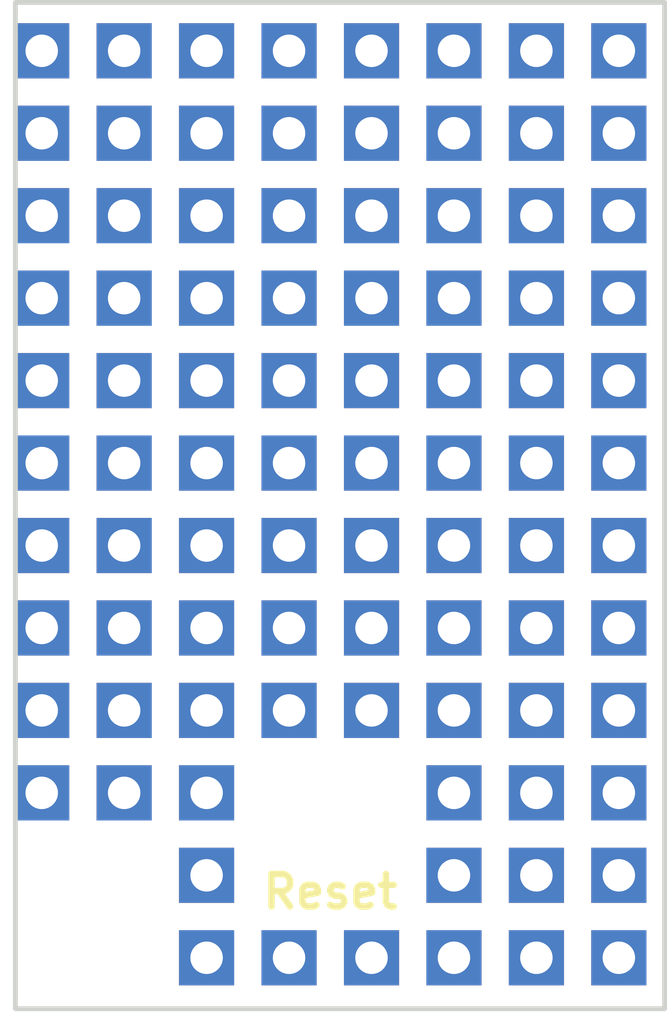
<source format=kicad_pcb>
(kicad_pcb (version 4) (host pcbnew 4.0.2-stable)

  (general
    (links 0)
    (no_connects 0)
    (area 115.534999 107.035 163.865001 142.175)
    (thickness 1.6)
    (drawings 7)
    (tracks 0)
    (zones 0)
    (modules 90)
    (nets 1)
  )

  (page A4)
  (layers
    (0 F.Cu signal)
    (31 B.Cu signal)
    (32 B.Adhes user)
    (33 F.Adhes user)
    (34 B.Paste user)
    (35 F.Paste user)
    (36 B.SilkS user)
    (37 F.SilkS user)
    (38 B.Mask user)
    (39 F.Mask user)
    (40 Dwgs.User user)
    (41 Cmts.User user)
    (42 Eco1.User user)
    (43 Eco2.User user)
    (44 Edge.Cuts user)
    (45 Margin user)
    (46 B.CrtYd user)
    (47 F.CrtYd user)
    (48 B.Fab user)
    (49 F.Fab user)
  )

  (setup
    (last_trace_width 0.25)
    (trace_clearance 0.2)
    (zone_clearance 0.508)
    (zone_45_only no)
    (trace_min 0.2)
    (segment_width 0.2)
    (edge_width 0.15)
    (via_size 0.6)
    (via_drill 0.4)
    (via_min_size 0.4)
    (via_min_drill 0.3)
    (uvia_size 0.3)
    (uvia_drill 0.1)
    (uvias_allowed no)
    (uvia_min_size 0.2)
    (uvia_min_drill 0.1)
    (pcb_text_width 0.3)
    (pcb_text_size 1.5 1.5)
    (mod_edge_width 0.15)
    (mod_text_size 1 1)
    (mod_text_width 0.15)
    (pad_size 1.7 1.7)
    (pad_drill 1)
    (pad_to_mask_clearance 0.2)
    (aux_axis_origin 0 0)
    (visible_elements 7FFCFFFF)
    (pcbplotparams
      (layerselection 0x010f0_80000001)
      (usegerberextensions true)
      (excludeedgelayer true)
      (linewidth 0.100000)
      (plotframeref false)
      (viasonmask false)
      (mode 1)
      (useauxorigin false)
      (hpglpennumber 1)
      (hpglpenspeed 20)
      (hpglpendiameter 15)
      (hpglpenoverlay 2)
      (psnegative false)
      (psa4output false)
      (plotreference true)
      (plotvalue true)
      (plotinvisibletext false)
      (padsonsilk false)
      (subtractmaskfromsilk false)
      (outputformat 1)
      (mirror false)
      (drillshape 0)
      (scaleselection 1)
      (outputdirectory gerber))
  )

  (net 0 "")

  (net_class Default "This is the default net class."
    (clearance 0.2)
    (trace_width 0.25)
    (via_dia 0.6)
    (via_drill 0.4)
    (uvia_dia 0.3)
    (uvia_drill 0.1)
  )

  (module Pin_Headers:Pin_Header_Straight_1x01_Pitch2.54mm (layer F.Cu) (tedit 5953BF85) (tstamp 5953CD33)
    (at 148.59 110.49)
    (descr "Through hole straight pin header, 1x01, 2.54mm pitch, single row")
    (tags "Through hole pin header THT 1x01 2.54mm single row")
    (fp_text reference REF**111311 (at 0 -2.33) (layer F.SilkS) hide
      (effects (font (size 1 1) (thickness 0.15)))
    )
    (fp_text value Pin_Header_Straight_1x01_Pitch2.54mm (at 0 2.33) (layer F.Fab) hide
      (effects (font (size 1 1) (thickness 0.15)))
    )
    (pad 1 thru_hole rect (at 0 0) (size 1.7 1.7) (drill 1) (layers *.Cu *.Mask))
  )

  (module Pin_Headers:Pin_Header_Straight_1x01_Pitch2.54mm (layer F.Cu) (tedit 5953BF85) (tstamp 5953CD2E)
    (at 146.05 110.49)
    (descr "Through hole straight pin header, 1x01, 2.54mm pitch, single row")
    (tags "Through hole pin header THT 1x01 2.54mm single row")
    (fp_text reference REF**111311 (at 0 -2.33) (layer F.SilkS) hide
      (effects (font (size 1 1) (thickness 0.15)))
    )
    (fp_text value Pin_Header_Straight_1x01_Pitch2.54mm (at 0 2.33) (layer F.Fab) hide
      (effects (font (size 1 1) (thickness 0.15)))
    )
    (pad 1 thru_hole rect (at 0 0) (size 1.7 1.7) (drill 1) (layers *.Cu *.Mask))
  )

  (module Pin_Headers:Pin_Header_Straight_1x01_Pitch2.54mm (layer F.Cu) (tedit 5953BF85) (tstamp 5953CD2A)
    (at 148.59 113.03)
    (descr "Through hole straight pin header, 1x01, 2.54mm pitch, single row")
    (tags "Through hole pin header THT 1x01 2.54mm single row")
    (fp_text reference REF**111311 (at 0 -2.33) (layer F.SilkS) hide
      (effects (font (size 1 1) (thickness 0.15)))
    )
    (fp_text value Pin_Header_Straight_1x01_Pitch2.54mm (at 0 2.33) (layer F.Fab) hide
      (effects (font (size 1 1) (thickness 0.15)))
    )
    (pad 1 thru_hole rect (at 0 0) (size 1.7 1.7) (drill 1) (layers *.Cu *.Mask))
  )

  (module Pin_Headers:Pin_Header_Straight_1x01_Pitch2.54mm (layer F.Cu) (tedit 5953BF85) (tstamp 5953CD25)
    (at 146.05 113.03)
    (descr "Through hole straight pin header, 1x01, 2.54mm pitch, single row")
    (tags "Through hole pin header THT 1x01 2.54mm single row")
    (fp_text reference REF**111311 (at 0 -2.33) (layer F.SilkS) hide
      (effects (font (size 1 1) (thickness 0.15)))
    )
    (fp_text value Pin_Header_Straight_1x01_Pitch2.54mm (at 0 2.33) (layer F.Fab) hide
      (effects (font (size 1 1) (thickness 0.15)))
    )
    (pad 1 thru_hole rect (at 0 0) (size 1.7 1.7) (drill 1) (layers *.Cu *.Mask))
  )

  (module Mounting_Holes:MountingHole_2.2mm_M2 (layer F.Cu) (tedit 5953C285) (tstamp 5953CC97)
    (at 132 138)
    (descr "Mounting Hole 2.2mm, no annular, M2")
    (tags "mounting hole 2.2mm no annular m2")
    (fp_text reference REF** (at 0 -3.2) (layer F.SilkS) hide
      (effects (font (size 1 1) (thickness 0.15)))
    )
    (fp_text value MountingHole_2.2mm_M2 (at 0 3.2) (layer F.Fab) hide
      (effects (font (size 1 1) (thickness 0.15)))
    )
    (fp_circle (center 0 0) (end 2.2 0) (layer Cmts.User) (width 0.15))
    (fp_circle (center 0 0) (end 2.45 0) (layer F.CrtYd) (width 0.05))
    (pad 1 np_thru_hole circle (at 0 0) (size 2.2 2.2) (drill 2.2) (layers *.Cu *.Mask))
  )

  (module Mounting_Holes:MountingHole_2.2mm_M2 (layer F.Cu) (tedit 5953C274) (tstamp 5953CCA4)
    (at 139.7 134.62)
    (descr "Mounting Hole 2.2mm, no annular, M2")
    (tags "mounting hole 2.2mm no annular m2")
    (fp_text reference REF** (at 0 -3.2) (layer F.SilkS) hide
      (effects (font (size 1 1) (thickness 0.15)))
    )
    (fp_text value MountingHole_2.2mm_M2 (at 0 3.2) (layer F.Fab) hide
      (effects (font (size 1 1) (thickness 0.15)))
    )
    (fp_circle (center 0 0) (end 2.2 0) (layer Cmts.User) (width 0.15))
    (fp_circle (center 0 0) (end 2.45 0) (layer F.CrtYd) (width 0.05))
    (pad 1 np_thru_hole circle (at 0 0) (size 2.2 2.2) (drill 2.2) (layers *.Cu *.Mask))
  )

  (module Pin_Headers:Pin_Header_Straight_1x01_Pitch2.54mm (layer F.Cu) (tedit 5953BF85) (tstamp 5953CC52)
    (at 130.81 110.49)
    (descr "Through hole straight pin header, 1x01, 2.54mm pitch, single row")
    (tags "Through hole pin header THT 1x01 2.54mm single row")
    (fp_text reference REF**111812 (at 0 -2.33) (layer F.SilkS) hide
      (effects (font (size 1 1) (thickness 0.15)))
    )
    (fp_text value Pin_Header_Straight_1x01_Pitch2.54mm (at 0 2.33) (layer F.Fab) hide
      (effects (font (size 1 1) (thickness 0.15)))
    )
    (pad 1 thru_hole rect (at 0 0) (size 1.7 1.7) (drill 1) (layers *.Cu *.Mask))
  )

  (module Pin_Headers:Pin_Header_Straight_1x01_Pitch2.54mm (layer F.Cu) (tedit 5953BF85) (tstamp 5953CC4E)
    (at 133.35 110.49)
    (descr "Through hole straight pin header, 1x01, 2.54mm pitch, single row")
    (tags "Through hole pin header THT 1x01 2.54mm single row")
    (fp_text reference REF**111712 (at 0 -2.33) (layer F.SilkS) hide
      (effects (font (size 1 1) (thickness 0.15)))
    )
    (fp_text value Pin_Header_Straight_1x01_Pitch2.54mm (at 0 2.33) (layer F.Fab) hide
      (effects (font (size 1 1) (thickness 0.15)))
    )
    (pad 1 thru_hole rect (at 0 0) (size 1.7 1.7) (drill 1) (layers *.Cu *.Mask))
  )

  (module Pin_Headers:Pin_Header_Straight_1x01_Pitch2.54mm (layer F.Cu) (tedit 5953BF85) (tstamp 5953CC4A)
    (at 135.89 110.49)
    (descr "Through hole straight pin header, 1x01, 2.54mm pitch, single row")
    (tags "Through hole pin header THT 1x01 2.54mm single row")
    (fp_text reference REF**111612 (at 0 -2.33) (layer F.SilkS) hide
      (effects (font (size 1 1) (thickness 0.15)))
    )
    (fp_text value Pin_Header_Straight_1x01_Pitch2.54mm (at 0 2.33) (layer F.Fab) hide
      (effects (font (size 1 1) (thickness 0.15)))
    )
    (pad 1 thru_hole rect (at 0 0) (size 1.7 1.7) (drill 1) (layers *.Cu *.Mask))
  )

  (module Pin_Headers:Pin_Header_Straight_1x01_Pitch2.54mm (layer F.Cu) (tedit 5953BF85) (tstamp 5953CC46)
    (at 138.43 110.49)
    (descr "Through hole straight pin header, 1x01, 2.54mm pitch, single row")
    (tags "Through hole pin header THT 1x01 2.54mm single row")
    (fp_text reference REF**111512 (at 0 -2.33) (layer F.SilkS) hide
      (effects (font (size 1 1) (thickness 0.15)))
    )
    (fp_text value Pin_Header_Straight_1x01_Pitch2.54mm (at 0 2.33) (layer F.Fab) hide
      (effects (font (size 1 1) (thickness 0.15)))
    )
    (pad 1 thru_hole rect (at 0 0) (size 1.7 1.7) (drill 1) (layers *.Cu *.Mask))
  )

  (module Pin_Headers:Pin_Header_Straight_1x01_Pitch2.54mm (layer F.Cu) (tedit 5953BF85) (tstamp 5953CC42)
    (at 140.97 110.49)
    (descr "Through hole straight pin header, 1x01, 2.54mm pitch, single row")
    (tags "Through hole pin header THT 1x01 2.54mm single row")
    (fp_text reference REF**111412 (at 0 -2.33) (layer F.SilkS) hide
      (effects (font (size 1 1) (thickness 0.15)))
    )
    (fp_text value Pin_Header_Straight_1x01_Pitch2.54mm (at 0 2.33) (layer F.Fab) hide
      (effects (font (size 1 1) (thickness 0.15)))
    )
    (pad 1 thru_hole rect (at 0 0) (size 1.7 1.7) (drill 1) (layers *.Cu *.Mask))
  )

  (module Pin_Headers:Pin_Header_Straight_1x01_Pitch2.54mm (layer F.Cu) (tedit 5953BF85) (tstamp 5953CC3E)
    (at 143.51 110.49)
    (descr "Through hole straight pin header, 1x01, 2.54mm pitch, single row")
    (tags "Through hole pin header THT 1x01 2.54mm single row")
    (fp_text reference REF**111312 (at 0 -2.33) (layer F.SilkS) hide
      (effects (font (size 1 1) (thickness 0.15)))
    )
    (fp_text value Pin_Header_Straight_1x01_Pitch2.54mm (at 0 2.33) (layer F.Fab) hide
      (effects (font (size 1 1) (thickness 0.15)))
    )
    (pad 1 thru_hole rect (at 0 0) (size 1.7 1.7) (drill 1) (layers *.Cu *.Mask))
  )

  (module Pin_Headers:Pin_Header_Straight_1x01_Pitch2.54mm (layer F.Cu) (tedit 5953BF85) (tstamp 5953CC32)
    (at 130.81 113.03)
    (descr "Through hole straight pin header, 1x01, 2.54mm pitch, single row")
    (tags "Through hole pin header THT 1x01 2.54mm single row")
    (fp_text reference REF**111811 (at 0 -2.33) (layer F.SilkS) hide
      (effects (font (size 1 1) (thickness 0.15)))
    )
    (fp_text value Pin_Header_Straight_1x01_Pitch2.54mm (at 0 2.33) (layer F.Fab) hide
      (effects (font (size 1 1) (thickness 0.15)))
    )
    (pad 1 thru_hole rect (at 0 0) (size 1.7 1.7) (drill 1) (layers *.Cu *.Mask))
  )

  (module Pin_Headers:Pin_Header_Straight_1x01_Pitch2.54mm (layer F.Cu) (tedit 5953BF85) (tstamp 5953CC2E)
    (at 133.35 113.03)
    (descr "Through hole straight pin header, 1x01, 2.54mm pitch, single row")
    (tags "Through hole pin header THT 1x01 2.54mm single row")
    (fp_text reference REF**111711 (at 0 -2.33) (layer F.SilkS) hide
      (effects (font (size 1 1) (thickness 0.15)))
    )
    (fp_text value Pin_Header_Straight_1x01_Pitch2.54mm (at 0 2.33) (layer F.Fab) hide
      (effects (font (size 1 1) (thickness 0.15)))
    )
    (pad 1 thru_hole rect (at 0 0) (size 1.7 1.7) (drill 1) (layers *.Cu *.Mask))
  )

  (module Pin_Headers:Pin_Header_Straight_1x01_Pitch2.54mm (layer F.Cu) (tedit 5953BF85) (tstamp 5953CC2A)
    (at 135.89 113.03)
    (descr "Through hole straight pin header, 1x01, 2.54mm pitch, single row")
    (tags "Through hole pin header THT 1x01 2.54mm single row")
    (fp_text reference REF**111611 (at 0 -2.33) (layer F.SilkS) hide
      (effects (font (size 1 1) (thickness 0.15)))
    )
    (fp_text value Pin_Header_Straight_1x01_Pitch2.54mm (at 0 2.33) (layer F.Fab) hide
      (effects (font (size 1 1) (thickness 0.15)))
    )
    (pad 1 thru_hole rect (at 0 0) (size 1.7 1.7) (drill 1) (layers *.Cu *.Mask))
  )

  (module Pin_Headers:Pin_Header_Straight_1x01_Pitch2.54mm (layer F.Cu) (tedit 5953BF85) (tstamp 5953CC26)
    (at 138.43 113.03)
    (descr "Through hole straight pin header, 1x01, 2.54mm pitch, single row")
    (tags "Through hole pin header THT 1x01 2.54mm single row")
    (fp_text reference REF**111511 (at 0 -2.33) (layer F.SilkS) hide
      (effects (font (size 1 1) (thickness 0.15)))
    )
    (fp_text value Pin_Header_Straight_1x01_Pitch2.54mm (at 0 2.33) (layer F.Fab) hide
      (effects (font (size 1 1) (thickness 0.15)))
    )
    (pad 1 thru_hole rect (at 0 0) (size 1.7 1.7) (drill 1) (layers *.Cu *.Mask))
  )

  (module Pin_Headers:Pin_Header_Straight_1x01_Pitch2.54mm (layer F.Cu) (tedit 5953BF85) (tstamp 5953CC22)
    (at 140.97 113.03)
    (descr "Through hole straight pin header, 1x01, 2.54mm pitch, single row")
    (tags "Through hole pin header THT 1x01 2.54mm single row")
    (fp_text reference REF**111411 (at 0 -2.33) (layer F.SilkS) hide
      (effects (font (size 1 1) (thickness 0.15)))
    )
    (fp_text value Pin_Header_Straight_1x01_Pitch2.54mm (at 0 2.33) (layer F.Fab) hide
      (effects (font (size 1 1) (thickness 0.15)))
    )
    (pad 1 thru_hole rect (at 0 0) (size 1.7 1.7) (drill 1) (layers *.Cu *.Mask))
  )

  (module Pin_Headers:Pin_Header_Straight_1x01_Pitch2.54mm (layer F.Cu) (tedit 5953BF85) (tstamp 5953CC1E)
    (at 143.51 113.03)
    (descr "Through hole straight pin header, 1x01, 2.54mm pitch, single row")
    (tags "Through hole pin header THT 1x01 2.54mm single row")
    (fp_text reference REF**111311 (at 0 -2.33) (layer F.SilkS) hide
      (effects (font (size 1 1) (thickness 0.15)))
    )
    (fp_text value Pin_Header_Straight_1x01_Pitch2.54mm (at 0 2.33) (layer F.Fab) hide
      (effects (font (size 1 1) (thickness 0.15)))
    )
    (pad 1 thru_hole rect (at 0 0) (size 1.7 1.7) (drill 1) (layers *.Cu *.Mask))
  )

  (module Pin_Headers:Pin_Header_Straight_1x01_Pitch2.54mm (layer F.Cu) (tedit 5953BF85) (tstamp 5953CC12)
    (at 130.81 115.57)
    (descr "Through hole straight pin header, 1x01, 2.54mm pitch, single row")
    (tags "Through hole pin header THT 1x01 2.54mm single row")
    (fp_text reference REF**111810 (at 0 -2.33) (layer F.SilkS) hide
      (effects (font (size 1 1) (thickness 0.15)))
    )
    (fp_text value Pin_Header_Straight_1x01_Pitch2.54mm (at 0 2.33) (layer F.Fab) hide
      (effects (font (size 1 1) (thickness 0.15)))
    )
    (pad 1 thru_hole rect (at 0 0) (size 1.7 1.7) (drill 1) (layers *.Cu *.Mask))
  )

  (module Pin_Headers:Pin_Header_Straight_1x01_Pitch2.54mm (layer F.Cu) (tedit 5953BF85) (tstamp 5953CC0E)
    (at 133.35 115.57)
    (descr "Through hole straight pin header, 1x01, 2.54mm pitch, single row")
    (tags "Through hole pin header THT 1x01 2.54mm single row")
    (fp_text reference REF**111710 (at 0 -2.33) (layer F.SilkS) hide
      (effects (font (size 1 1) (thickness 0.15)))
    )
    (fp_text value Pin_Header_Straight_1x01_Pitch2.54mm (at 0 2.33) (layer F.Fab) hide
      (effects (font (size 1 1) (thickness 0.15)))
    )
    (pad 1 thru_hole rect (at 0 0) (size 1.7 1.7) (drill 1) (layers *.Cu *.Mask))
  )

  (module Pin_Headers:Pin_Header_Straight_1x01_Pitch2.54mm (layer F.Cu) (tedit 5953BF85) (tstamp 5953CC0A)
    (at 135.89 115.57)
    (descr "Through hole straight pin header, 1x01, 2.54mm pitch, single row")
    (tags "Through hole pin header THT 1x01 2.54mm single row")
    (fp_text reference REF**111610 (at 0 -2.33) (layer F.SilkS) hide
      (effects (font (size 1 1) (thickness 0.15)))
    )
    (fp_text value Pin_Header_Straight_1x01_Pitch2.54mm (at 0 2.33) (layer F.Fab) hide
      (effects (font (size 1 1) (thickness 0.15)))
    )
    (pad 1 thru_hole rect (at 0 0) (size 1.7 1.7) (drill 1) (layers *.Cu *.Mask))
  )

  (module Pin_Headers:Pin_Header_Straight_1x01_Pitch2.54mm (layer F.Cu) (tedit 5953BF85) (tstamp 5953CC06)
    (at 138.43 115.57)
    (descr "Through hole straight pin header, 1x01, 2.54mm pitch, single row")
    (tags "Through hole pin header THT 1x01 2.54mm single row")
    (fp_text reference REF**111510 (at 0 -2.33) (layer F.SilkS) hide
      (effects (font (size 1 1) (thickness 0.15)))
    )
    (fp_text value Pin_Header_Straight_1x01_Pitch2.54mm (at 0 2.33) (layer F.Fab) hide
      (effects (font (size 1 1) (thickness 0.15)))
    )
    (pad 1 thru_hole rect (at 0 0) (size 1.7 1.7) (drill 1) (layers *.Cu *.Mask))
  )

  (module Pin_Headers:Pin_Header_Straight_1x01_Pitch2.54mm (layer F.Cu) (tedit 5953BF85) (tstamp 5953CC02)
    (at 140.97 115.57)
    (descr "Through hole straight pin header, 1x01, 2.54mm pitch, single row")
    (tags "Through hole pin header THT 1x01 2.54mm single row")
    (fp_text reference REF**111410 (at 0 -2.33) (layer F.SilkS) hide
      (effects (font (size 1 1) (thickness 0.15)))
    )
    (fp_text value Pin_Header_Straight_1x01_Pitch2.54mm (at 0 2.33) (layer F.Fab) hide
      (effects (font (size 1 1) (thickness 0.15)))
    )
    (pad 1 thru_hole rect (at 0 0) (size 1.7 1.7) (drill 1) (layers *.Cu *.Mask))
  )

  (module Pin_Headers:Pin_Header_Straight_1x01_Pitch2.54mm (layer F.Cu) (tedit 5953BF85) (tstamp 5953CBFE)
    (at 143.51 115.57)
    (descr "Through hole straight pin header, 1x01, 2.54mm pitch, single row")
    (tags "Through hole pin header THT 1x01 2.54mm single row")
    (fp_text reference REF**111310 (at 0 -2.33) (layer F.SilkS) hide
      (effects (font (size 1 1) (thickness 0.15)))
    )
    (fp_text value Pin_Header_Straight_1x01_Pitch2.54mm (at 0 2.33) (layer F.Fab) hide
      (effects (font (size 1 1) (thickness 0.15)))
    )
    (pad 1 thru_hole rect (at 0 0) (size 1.7 1.7) (drill 1) (layers *.Cu *.Mask))
  )

  (module Pin_Headers:Pin_Header_Straight_1x01_Pitch2.54mm (layer F.Cu) (tedit 5953BF85) (tstamp 5953CBFA)
    (at 146.05 115.57)
    (descr "Through hole straight pin header, 1x01, 2.54mm pitch, single row")
    (tags "Through hole pin header THT 1x01 2.54mm single row")
    (fp_text reference REF**111210 (at 0 -2.33) (layer F.SilkS) hide
      (effects (font (size 1 1) (thickness 0.15)))
    )
    (fp_text value Pin_Header_Straight_1x01_Pitch2.54mm (at 0 2.33) (layer F.Fab) hide
      (effects (font (size 1 1) (thickness 0.15)))
    )
    (pad 1 thru_hole rect (at 0 0) (size 1.7 1.7) (drill 1) (layers *.Cu *.Mask))
  )

  (module Pin_Headers:Pin_Header_Straight_1x01_Pitch2.54mm (layer F.Cu) (tedit 5953BF85) (tstamp 5953CBF6)
    (at 148.59 115.57)
    (descr "Through hole straight pin header, 1x01, 2.54mm pitch, single row")
    (tags "Through hole pin header THT 1x01 2.54mm single row")
    (fp_text reference REF**111110 (at 0 -2.33) (layer F.SilkS) hide
      (effects (font (size 1 1) (thickness 0.15)))
    )
    (fp_text value Pin_Header_Straight_1x01_Pitch2.54mm (at 0 2.33) (layer F.Fab) hide
      (effects (font (size 1 1) (thickness 0.15)))
    )
    (pad 1 thru_hole rect (at 0 0) (size 1.7 1.7) (drill 1) (layers *.Cu *.Mask))
  )

  (module Pin_Headers:Pin_Header_Straight_1x01_Pitch2.54mm (layer F.Cu) (tedit 5953BF85) (tstamp 5953CBF2)
    (at 130.81 118.11)
    (descr "Through hole straight pin header, 1x01, 2.54mm pitch, single row")
    (tags "Through hole pin header THT 1x01 2.54mm single row")
    (fp_text reference REF**11189 (at 0 -2.33) (layer F.SilkS) hide
      (effects (font (size 1 1) (thickness 0.15)))
    )
    (fp_text value Pin_Header_Straight_1x01_Pitch2.54mm (at 0 2.33) (layer F.Fab) hide
      (effects (font (size 1 1) (thickness 0.15)))
    )
    (pad 1 thru_hole rect (at 0 0) (size 1.7 1.7) (drill 1) (layers *.Cu *.Mask))
  )

  (module Pin_Headers:Pin_Header_Straight_1x01_Pitch2.54mm (layer F.Cu) (tedit 5953BF85) (tstamp 5953CBEE)
    (at 133.35 118.11)
    (descr "Through hole straight pin header, 1x01, 2.54mm pitch, single row")
    (tags "Through hole pin header THT 1x01 2.54mm single row")
    (fp_text reference REF**11179 (at 0 -2.33) (layer F.SilkS) hide
      (effects (font (size 1 1) (thickness 0.15)))
    )
    (fp_text value Pin_Header_Straight_1x01_Pitch2.54mm (at 0 2.33) (layer F.Fab) hide
      (effects (font (size 1 1) (thickness 0.15)))
    )
    (pad 1 thru_hole rect (at 0 0) (size 1.7 1.7) (drill 1) (layers *.Cu *.Mask))
  )

  (module Pin_Headers:Pin_Header_Straight_1x01_Pitch2.54mm (layer F.Cu) (tedit 5953BF85) (tstamp 5953CBEA)
    (at 135.89 118.11)
    (descr "Through hole straight pin header, 1x01, 2.54mm pitch, single row")
    (tags "Through hole pin header THT 1x01 2.54mm single row")
    (fp_text reference REF**11169 (at 0 -2.33) (layer F.SilkS) hide
      (effects (font (size 1 1) (thickness 0.15)))
    )
    (fp_text value Pin_Header_Straight_1x01_Pitch2.54mm (at 0 2.33) (layer F.Fab) hide
      (effects (font (size 1 1) (thickness 0.15)))
    )
    (pad 1 thru_hole rect (at 0 0) (size 1.7 1.7) (drill 1) (layers *.Cu *.Mask))
  )

  (module Pin_Headers:Pin_Header_Straight_1x01_Pitch2.54mm (layer F.Cu) (tedit 5953BF85) (tstamp 5953CBE6)
    (at 138.43 118.11)
    (descr "Through hole straight pin header, 1x01, 2.54mm pitch, single row")
    (tags "Through hole pin header THT 1x01 2.54mm single row")
    (fp_text reference REF**11159 (at 0 -2.33) (layer F.SilkS) hide
      (effects (font (size 1 1) (thickness 0.15)))
    )
    (fp_text value Pin_Header_Straight_1x01_Pitch2.54mm (at 0 2.33) (layer F.Fab) hide
      (effects (font (size 1 1) (thickness 0.15)))
    )
    (pad 1 thru_hole rect (at 0 0) (size 1.7 1.7) (drill 1) (layers *.Cu *.Mask))
  )

  (module Pin_Headers:Pin_Header_Straight_1x01_Pitch2.54mm (layer F.Cu) (tedit 5953BF85) (tstamp 5953CBE2)
    (at 140.97 118.11)
    (descr "Through hole straight pin header, 1x01, 2.54mm pitch, single row")
    (tags "Through hole pin header THT 1x01 2.54mm single row")
    (fp_text reference REF**11149 (at 0 -2.33) (layer F.SilkS) hide
      (effects (font (size 1 1) (thickness 0.15)))
    )
    (fp_text value Pin_Header_Straight_1x01_Pitch2.54mm (at 0 2.33) (layer F.Fab) hide
      (effects (font (size 1 1) (thickness 0.15)))
    )
    (pad 1 thru_hole rect (at 0 0) (size 1.7 1.7) (drill 1) (layers *.Cu *.Mask))
  )

  (module Pin_Headers:Pin_Header_Straight_1x01_Pitch2.54mm (layer F.Cu) (tedit 5953BF85) (tstamp 5953CBDE)
    (at 143.51 118.11)
    (descr "Through hole straight pin header, 1x01, 2.54mm pitch, single row")
    (tags "Through hole pin header THT 1x01 2.54mm single row")
    (fp_text reference REF**11139 (at 0 -2.33) (layer F.SilkS) hide
      (effects (font (size 1 1) (thickness 0.15)))
    )
    (fp_text value Pin_Header_Straight_1x01_Pitch2.54mm (at 0 2.33) (layer F.Fab) hide
      (effects (font (size 1 1) (thickness 0.15)))
    )
    (pad 1 thru_hole rect (at 0 0) (size 1.7 1.7) (drill 1) (layers *.Cu *.Mask))
  )

  (module Pin_Headers:Pin_Header_Straight_1x01_Pitch2.54mm (layer F.Cu) (tedit 5953BF85) (tstamp 5953CBDA)
    (at 146.05 118.11)
    (descr "Through hole straight pin header, 1x01, 2.54mm pitch, single row")
    (tags "Through hole pin header THT 1x01 2.54mm single row")
    (fp_text reference REF**11129 (at 0 -2.33) (layer F.SilkS) hide
      (effects (font (size 1 1) (thickness 0.15)))
    )
    (fp_text value Pin_Header_Straight_1x01_Pitch2.54mm (at 0 2.33) (layer F.Fab) hide
      (effects (font (size 1 1) (thickness 0.15)))
    )
    (pad 1 thru_hole rect (at 0 0) (size 1.7 1.7) (drill 1) (layers *.Cu *.Mask))
  )

  (module Pin_Headers:Pin_Header_Straight_1x01_Pitch2.54mm (layer F.Cu) (tedit 5953BF85) (tstamp 5953CBD6)
    (at 148.59 118.11)
    (descr "Through hole straight pin header, 1x01, 2.54mm pitch, single row")
    (tags "Through hole pin header THT 1x01 2.54mm single row")
    (fp_text reference REF**11119 (at 0 -2.33) (layer F.SilkS) hide
      (effects (font (size 1 1) (thickness 0.15)))
    )
    (fp_text value Pin_Header_Straight_1x01_Pitch2.54mm (at 0 2.33) (layer F.Fab) hide
      (effects (font (size 1 1) (thickness 0.15)))
    )
    (pad 1 thru_hole rect (at 0 0) (size 1.7 1.7) (drill 1) (layers *.Cu *.Mask))
  )

  (module Pin_Headers:Pin_Header_Straight_1x01_Pitch2.54mm (layer F.Cu) (tedit 5953BF85) (tstamp 5953CBD2)
    (at 130.81 120.65)
    (descr "Through hole straight pin header, 1x01, 2.54mm pitch, single row")
    (tags "Through hole pin header THT 1x01 2.54mm single row")
    (fp_text reference REF**11188 (at 0 -2.33) (layer F.SilkS) hide
      (effects (font (size 1 1) (thickness 0.15)))
    )
    (fp_text value Pin_Header_Straight_1x01_Pitch2.54mm (at 0 2.33) (layer F.Fab) hide
      (effects (font (size 1 1) (thickness 0.15)))
    )
    (pad 1 thru_hole rect (at 0 0) (size 1.7 1.7) (drill 1) (layers *.Cu *.Mask))
  )

  (module Pin_Headers:Pin_Header_Straight_1x01_Pitch2.54mm (layer F.Cu) (tedit 5953BF85) (tstamp 5953CBCE)
    (at 133.35 120.65)
    (descr "Through hole straight pin header, 1x01, 2.54mm pitch, single row")
    (tags "Through hole pin header THT 1x01 2.54mm single row")
    (fp_text reference REF**11178 (at 0 -2.33) (layer F.SilkS) hide
      (effects (font (size 1 1) (thickness 0.15)))
    )
    (fp_text value Pin_Header_Straight_1x01_Pitch2.54mm (at 0 2.33) (layer F.Fab) hide
      (effects (font (size 1 1) (thickness 0.15)))
    )
    (pad 1 thru_hole rect (at 0 0) (size 1.7 1.7) (drill 1) (layers *.Cu *.Mask))
  )

  (module Pin_Headers:Pin_Header_Straight_1x01_Pitch2.54mm (layer F.Cu) (tedit 5953BF85) (tstamp 5953CBCA)
    (at 135.89 120.65)
    (descr "Through hole straight pin header, 1x01, 2.54mm pitch, single row")
    (tags "Through hole pin header THT 1x01 2.54mm single row")
    (fp_text reference REF**11168 (at 0 -2.33) (layer F.SilkS) hide
      (effects (font (size 1 1) (thickness 0.15)))
    )
    (fp_text value Pin_Header_Straight_1x01_Pitch2.54mm (at 0 2.33) (layer F.Fab) hide
      (effects (font (size 1 1) (thickness 0.15)))
    )
    (pad 1 thru_hole rect (at 0 0) (size 1.7 1.7) (drill 1) (layers *.Cu *.Mask))
  )

  (module Pin_Headers:Pin_Header_Straight_1x01_Pitch2.54mm (layer F.Cu) (tedit 5953BF85) (tstamp 5953CBC6)
    (at 138.43 120.65)
    (descr "Through hole straight pin header, 1x01, 2.54mm pitch, single row")
    (tags "Through hole pin header THT 1x01 2.54mm single row")
    (fp_text reference REF**11158 (at 0 -2.33) (layer F.SilkS) hide
      (effects (font (size 1 1) (thickness 0.15)))
    )
    (fp_text value Pin_Header_Straight_1x01_Pitch2.54mm (at 0 2.33) (layer F.Fab) hide
      (effects (font (size 1 1) (thickness 0.15)))
    )
    (pad 1 thru_hole rect (at 0 0) (size 1.7 1.7) (drill 1) (layers *.Cu *.Mask))
  )

  (module Pin_Headers:Pin_Header_Straight_1x01_Pitch2.54mm (layer F.Cu) (tedit 5953BF85) (tstamp 5953CBC2)
    (at 140.97 120.65)
    (descr "Through hole straight pin header, 1x01, 2.54mm pitch, single row")
    (tags "Through hole pin header THT 1x01 2.54mm single row")
    (fp_text reference REF**11148 (at 0 -2.33) (layer F.SilkS) hide
      (effects (font (size 1 1) (thickness 0.15)))
    )
    (fp_text value Pin_Header_Straight_1x01_Pitch2.54mm (at 0 2.33) (layer F.Fab) hide
      (effects (font (size 1 1) (thickness 0.15)))
    )
    (pad 1 thru_hole rect (at 0 0) (size 1.7 1.7) (drill 1) (layers *.Cu *.Mask))
  )

  (module Pin_Headers:Pin_Header_Straight_1x01_Pitch2.54mm (layer F.Cu) (tedit 5953BF85) (tstamp 5953CBBE)
    (at 143.51 120.65)
    (descr "Through hole straight pin header, 1x01, 2.54mm pitch, single row")
    (tags "Through hole pin header THT 1x01 2.54mm single row")
    (fp_text reference REF**11138 (at 0 -2.33) (layer F.SilkS) hide
      (effects (font (size 1 1) (thickness 0.15)))
    )
    (fp_text value Pin_Header_Straight_1x01_Pitch2.54mm (at 0 2.33) (layer F.Fab) hide
      (effects (font (size 1 1) (thickness 0.15)))
    )
    (pad 1 thru_hole rect (at 0 0) (size 1.7 1.7) (drill 1) (layers *.Cu *.Mask))
  )

  (module Pin_Headers:Pin_Header_Straight_1x01_Pitch2.54mm (layer F.Cu) (tedit 5953BF85) (tstamp 5953CBBA)
    (at 146.05 120.65)
    (descr "Through hole straight pin header, 1x01, 2.54mm pitch, single row")
    (tags "Through hole pin header THT 1x01 2.54mm single row")
    (fp_text reference REF**11128 (at 0 -2.33) (layer F.SilkS) hide
      (effects (font (size 1 1) (thickness 0.15)))
    )
    (fp_text value Pin_Header_Straight_1x01_Pitch2.54mm (at 0 2.33) (layer F.Fab) hide
      (effects (font (size 1 1) (thickness 0.15)))
    )
    (pad 1 thru_hole rect (at 0 0) (size 1.7 1.7) (drill 1) (layers *.Cu *.Mask))
  )

  (module Pin_Headers:Pin_Header_Straight_1x01_Pitch2.54mm (layer F.Cu) (tedit 5953BF85) (tstamp 5953CBB6)
    (at 148.59 120.65)
    (descr "Through hole straight pin header, 1x01, 2.54mm pitch, single row")
    (tags "Through hole pin header THT 1x01 2.54mm single row")
    (fp_text reference REF**11118 (at 0 -2.33) (layer F.SilkS) hide
      (effects (font (size 1 1) (thickness 0.15)))
    )
    (fp_text value Pin_Header_Straight_1x01_Pitch2.54mm (at 0 2.33) (layer F.Fab) hide
      (effects (font (size 1 1) (thickness 0.15)))
    )
    (pad 1 thru_hole rect (at 0 0) (size 1.7 1.7) (drill 1) (layers *.Cu *.Mask))
  )

  (module Pin_Headers:Pin_Header_Straight_1x01_Pitch2.54mm (layer F.Cu) (tedit 5953BF85) (tstamp 5953CBB2)
    (at 130.81 123.19)
    (descr "Through hole straight pin header, 1x01, 2.54mm pitch, single row")
    (tags "Through hole pin header THT 1x01 2.54mm single row")
    (fp_text reference REF**11187 (at 0 -2.33) (layer F.SilkS) hide
      (effects (font (size 1 1) (thickness 0.15)))
    )
    (fp_text value Pin_Header_Straight_1x01_Pitch2.54mm (at 0 2.33) (layer F.Fab) hide
      (effects (font (size 1 1) (thickness 0.15)))
    )
    (pad 1 thru_hole rect (at 0 0) (size 1.7 1.7) (drill 1) (layers *.Cu *.Mask))
  )

  (module Pin_Headers:Pin_Header_Straight_1x01_Pitch2.54mm (layer F.Cu) (tedit 5953BF85) (tstamp 5953CBAE)
    (at 133.35 123.19)
    (descr "Through hole straight pin header, 1x01, 2.54mm pitch, single row")
    (tags "Through hole pin header THT 1x01 2.54mm single row")
    (fp_text reference REF**11177 (at 0 -2.33) (layer F.SilkS) hide
      (effects (font (size 1 1) (thickness 0.15)))
    )
    (fp_text value Pin_Header_Straight_1x01_Pitch2.54mm (at 0 2.33) (layer F.Fab) hide
      (effects (font (size 1 1) (thickness 0.15)))
    )
    (pad 1 thru_hole rect (at 0 0) (size 1.7 1.7) (drill 1) (layers *.Cu *.Mask))
  )

  (module Pin_Headers:Pin_Header_Straight_1x01_Pitch2.54mm (layer F.Cu) (tedit 5953BF85) (tstamp 5953CBAA)
    (at 135.89 123.19)
    (descr "Through hole straight pin header, 1x01, 2.54mm pitch, single row")
    (tags "Through hole pin header THT 1x01 2.54mm single row")
    (fp_text reference REF**11167 (at 0 -2.33) (layer F.SilkS) hide
      (effects (font (size 1 1) (thickness 0.15)))
    )
    (fp_text value Pin_Header_Straight_1x01_Pitch2.54mm (at 0 2.33) (layer F.Fab) hide
      (effects (font (size 1 1) (thickness 0.15)))
    )
    (pad 1 thru_hole rect (at 0 0) (size 1.7 1.7) (drill 1) (layers *.Cu *.Mask))
  )

  (module Pin_Headers:Pin_Header_Straight_1x01_Pitch2.54mm (layer F.Cu) (tedit 5953BF85) (tstamp 5953CBA6)
    (at 138.43 123.19)
    (descr "Through hole straight pin header, 1x01, 2.54mm pitch, single row")
    (tags "Through hole pin header THT 1x01 2.54mm single row")
    (fp_text reference REF**11157 (at 0 -2.33) (layer F.SilkS) hide
      (effects (font (size 1 1) (thickness 0.15)))
    )
    (fp_text value Pin_Header_Straight_1x01_Pitch2.54mm (at 0 2.33) (layer F.Fab) hide
      (effects (font (size 1 1) (thickness 0.15)))
    )
    (pad 1 thru_hole rect (at 0 0) (size 1.7 1.7) (drill 1) (layers *.Cu *.Mask))
  )

  (module Pin_Headers:Pin_Header_Straight_1x01_Pitch2.54mm (layer F.Cu) (tedit 5953BF85) (tstamp 5953CBA2)
    (at 140.97 123.19)
    (descr "Through hole straight pin header, 1x01, 2.54mm pitch, single row")
    (tags "Through hole pin header THT 1x01 2.54mm single row")
    (fp_text reference REF**11147 (at 0 -2.33) (layer F.SilkS) hide
      (effects (font (size 1 1) (thickness 0.15)))
    )
    (fp_text value Pin_Header_Straight_1x01_Pitch2.54mm (at 0 2.33) (layer F.Fab) hide
      (effects (font (size 1 1) (thickness 0.15)))
    )
    (pad 1 thru_hole rect (at 0 0) (size 1.7 1.7) (drill 1) (layers *.Cu *.Mask))
  )

  (module Pin_Headers:Pin_Header_Straight_1x01_Pitch2.54mm (layer F.Cu) (tedit 5953BF85) (tstamp 5953CB9E)
    (at 143.51 123.19)
    (descr "Through hole straight pin header, 1x01, 2.54mm pitch, single row")
    (tags "Through hole pin header THT 1x01 2.54mm single row")
    (fp_text reference REF**11137 (at 0 -2.33) (layer F.SilkS) hide
      (effects (font (size 1 1) (thickness 0.15)))
    )
    (fp_text value Pin_Header_Straight_1x01_Pitch2.54mm (at 0 2.33) (layer F.Fab) hide
      (effects (font (size 1 1) (thickness 0.15)))
    )
    (pad 1 thru_hole rect (at 0 0) (size 1.7 1.7) (drill 1) (layers *.Cu *.Mask))
  )

  (module Pin_Headers:Pin_Header_Straight_1x01_Pitch2.54mm (layer F.Cu) (tedit 5953BF85) (tstamp 5953CB9A)
    (at 146.05 123.19)
    (descr "Through hole straight pin header, 1x01, 2.54mm pitch, single row")
    (tags "Through hole pin header THT 1x01 2.54mm single row")
    (fp_text reference REF**11127 (at 0 -2.33) (layer F.SilkS) hide
      (effects (font (size 1 1) (thickness 0.15)))
    )
    (fp_text value Pin_Header_Straight_1x01_Pitch2.54mm (at 0 2.33) (layer F.Fab) hide
      (effects (font (size 1 1) (thickness 0.15)))
    )
    (pad 1 thru_hole rect (at 0 0) (size 1.7 1.7) (drill 1) (layers *.Cu *.Mask))
  )

  (module Pin_Headers:Pin_Header_Straight_1x01_Pitch2.54mm (layer F.Cu) (tedit 5953BF85) (tstamp 5953CB96)
    (at 148.59 123.19)
    (descr "Through hole straight pin header, 1x01, 2.54mm pitch, single row")
    (tags "Through hole pin header THT 1x01 2.54mm single row")
    (fp_text reference REF**11117 (at 0 -2.33) (layer F.SilkS) hide
      (effects (font (size 1 1) (thickness 0.15)))
    )
    (fp_text value Pin_Header_Straight_1x01_Pitch2.54mm (at 0 2.33) (layer F.Fab) hide
      (effects (font (size 1 1) (thickness 0.15)))
    )
    (pad 1 thru_hole rect (at 0 0) (size 1.7 1.7) (drill 1) (layers *.Cu *.Mask))
  )

  (module Pin_Headers:Pin_Header_Straight_1x01_Pitch2.54mm (layer F.Cu) (tedit 5953BF85) (tstamp 5953CB92)
    (at 130.81 125.73)
    (descr "Through hole straight pin header, 1x01, 2.54mm pitch, single row")
    (tags "Through hole pin header THT 1x01 2.54mm single row")
    (fp_text reference REF**11186 (at 0 -2.33) (layer F.SilkS) hide
      (effects (font (size 1 1) (thickness 0.15)))
    )
    (fp_text value Pin_Header_Straight_1x01_Pitch2.54mm (at 0 2.33) (layer F.Fab) hide
      (effects (font (size 1 1) (thickness 0.15)))
    )
    (pad 1 thru_hole rect (at 0 0) (size 1.7 1.7) (drill 1) (layers *.Cu *.Mask))
  )

  (module Pin_Headers:Pin_Header_Straight_1x01_Pitch2.54mm (layer F.Cu) (tedit 5953BF85) (tstamp 5953CB8E)
    (at 133.35 125.73)
    (descr "Through hole straight pin header, 1x01, 2.54mm pitch, single row")
    (tags "Through hole pin header THT 1x01 2.54mm single row")
    (fp_text reference REF**11176 (at 0 -2.33) (layer F.SilkS) hide
      (effects (font (size 1 1) (thickness 0.15)))
    )
    (fp_text value Pin_Header_Straight_1x01_Pitch2.54mm (at 0 2.33) (layer F.Fab) hide
      (effects (font (size 1 1) (thickness 0.15)))
    )
    (pad 1 thru_hole rect (at 0 0) (size 1.7 1.7) (drill 1) (layers *.Cu *.Mask))
  )

  (module Pin_Headers:Pin_Header_Straight_1x01_Pitch2.54mm (layer F.Cu) (tedit 5953BF85) (tstamp 5953CB8A)
    (at 135.89 125.73)
    (descr "Through hole straight pin header, 1x01, 2.54mm pitch, single row")
    (tags "Through hole pin header THT 1x01 2.54mm single row")
    (fp_text reference REF**11166 (at 0 -2.33) (layer F.SilkS) hide
      (effects (font (size 1 1) (thickness 0.15)))
    )
    (fp_text value Pin_Header_Straight_1x01_Pitch2.54mm (at 0 2.33) (layer F.Fab) hide
      (effects (font (size 1 1) (thickness 0.15)))
    )
    (pad 1 thru_hole rect (at 0 0) (size 1.7 1.7) (drill 1) (layers *.Cu *.Mask))
  )

  (module Pin_Headers:Pin_Header_Straight_1x01_Pitch2.54mm (layer F.Cu) (tedit 5953BF85) (tstamp 5953CB86)
    (at 138.43 125.73)
    (descr "Through hole straight pin header, 1x01, 2.54mm pitch, single row")
    (tags "Through hole pin header THT 1x01 2.54mm single row")
    (fp_text reference REF**11156 (at 0 -2.33) (layer F.SilkS) hide
      (effects (font (size 1 1) (thickness 0.15)))
    )
    (fp_text value Pin_Header_Straight_1x01_Pitch2.54mm (at 0 2.33) (layer F.Fab) hide
      (effects (font (size 1 1) (thickness 0.15)))
    )
    (pad 1 thru_hole rect (at 0 0) (size 1.7 1.7) (drill 1) (layers *.Cu *.Mask))
  )

  (module Pin_Headers:Pin_Header_Straight_1x01_Pitch2.54mm (layer F.Cu) (tedit 5953BF85) (tstamp 5953CB82)
    (at 140.97 125.73)
    (descr "Through hole straight pin header, 1x01, 2.54mm pitch, single row")
    (tags "Through hole pin header THT 1x01 2.54mm single row")
    (fp_text reference REF**11146 (at 0 -2.33) (layer F.SilkS) hide
      (effects (font (size 1 1) (thickness 0.15)))
    )
    (fp_text value Pin_Header_Straight_1x01_Pitch2.54mm (at 0 2.33) (layer F.Fab) hide
      (effects (font (size 1 1) (thickness 0.15)))
    )
    (pad 1 thru_hole rect (at 0 0) (size 1.7 1.7) (drill 1) (layers *.Cu *.Mask))
  )

  (module Pin_Headers:Pin_Header_Straight_1x01_Pitch2.54mm (layer F.Cu) (tedit 5953BF85) (tstamp 5953CB7E)
    (at 143.51 125.73)
    (descr "Through hole straight pin header, 1x01, 2.54mm pitch, single row")
    (tags "Through hole pin header THT 1x01 2.54mm single row")
    (fp_text reference REF**11136 (at 0 -2.33) (layer F.SilkS) hide
      (effects (font (size 1 1) (thickness 0.15)))
    )
    (fp_text value Pin_Header_Straight_1x01_Pitch2.54mm (at 0 2.33) (layer F.Fab) hide
      (effects (font (size 1 1) (thickness 0.15)))
    )
    (pad 1 thru_hole rect (at 0 0) (size 1.7 1.7) (drill 1) (layers *.Cu *.Mask))
  )

  (module Pin_Headers:Pin_Header_Straight_1x01_Pitch2.54mm (layer F.Cu) (tedit 5953BF85) (tstamp 5953CB7A)
    (at 146.05 125.73)
    (descr "Through hole straight pin header, 1x01, 2.54mm pitch, single row")
    (tags "Through hole pin header THT 1x01 2.54mm single row")
    (fp_text reference REF**11126 (at 0 -2.33) (layer F.SilkS) hide
      (effects (font (size 1 1) (thickness 0.15)))
    )
    (fp_text value Pin_Header_Straight_1x01_Pitch2.54mm (at 0 2.33) (layer F.Fab) hide
      (effects (font (size 1 1) (thickness 0.15)))
    )
    (pad 1 thru_hole rect (at 0 0) (size 1.7 1.7) (drill 1) (layers *.Cu *.Mask))
  )

  (module Pin_Headers:Pin_Header_Straight_1x01_Pitch2.54mm (layer F.Cu) (tedit 5953BF85) (tstamp 5953CB76)
    (at 148.59 125.73)
    (descr "Through hole straight pin header, 1x01, 2.54mm pitch, single row")
    (tags "Through hole pin header THT 1x01 2.54mm single row")
    (fp_text reference REF**11116 (at 0 -2.33) (layer F.SilkS) hide
      (effects (font (size 1 1) (thickness 0.15)))
    )
    (fp_text value Pin_Header_Straight_1x01_Pitch2.54mm (at 0 2.33) (layer F.Fab) hide
      (effects (font (size 1 1) (thickness 0.15)))
    )
    (pad 1 thru_hole rect (at 0 0) (size 1.7 1.7) (drill 1) (layers *.Cu *.Mask))
  )

  (module Pin_Headers:Pin_Header_Straight_1x01_Pitch2.54mm (layer F.Cu) (tedit 5953BF85) (tstamp 5953CB72)
    (at 130.81 128.27)
    (descr "Through hole straight pin header, 1x01, 2.54mm pitch, single row")
    (tags "Through hole pin header THT 1x01 2.54mm single row")
    (fp_text reference REF**11185 (at 0 -2.33) (layer F.SilkS) hide
      (effects (font (size 1 1) (thickness 0.15)))
    )
    (fp_text value Pin_Header_Straight_1x01_Pitch2.54mm (at 0 2.33) (layer F.Fab) hide
      (effects (font (size 1 1) (thickness 0.15)))
    )
    (pad 1 thru_hole rect (at 0 0) (size 1.7 1.7) (drill 1) (layers *.Cu *.Mask))
  )

  (module Pin_Headers:Pin_Header_Straight_1x01_Pitch2.54mm (layer F.Cu) (tedit 5953BF85) (tstamp 5953CB6E)
    (at 133.35 128.27)
    (descr "Through hole straight pin header, 1x01, 2.54mm pitch, single row")
    (tags "Through hole pin header THT 1x01 2.54mm single row")
    (fp_text reference REF**11175 (at 0 -2.33) (layer F.SilkS) hide
      (effects (font (size 1 1) (thickness 0.15)))
    )
    (fp_text value Pin_Header_Straight_1x01_Pitch2.54mm (at 0 2.33) (layer F.Fab) hide
      (effects (font (size 1 1) (thickness 0.15)))
    )
    (pad 1 thru_hole rect (at 0 0) (size 1.7 1.7) (drill 1) (layers *.Cu *.Mask))
  )

  (module Pin_Headers:Pin_Header_Straight_1x01_Pitch2.54mm (layer F.Cu) (tedit 5953BF85) (tstamp 5953CB6A)
    (at 135.89 128.27)
    (descr "Through hole straight pin header, 1x01, 2.54mm pitch, single row")
    (tags "Through hole pin header THT 1x01 2.54mm single row")
    (fp_text reference REF**11165 (at 0 -2.33) (layer F.SilkS) hide
      (effects (font (size 1 1) (thickness 0.15)))
    )
    (fp_text value Pin_Header_Straight_1x01_Pitch2.54mm (at 0 2.33) (layer F.Fab) hide
      (effects (font (size 1 1) (thickness 0.15)))
    )
    (pad 1 thru_hole rect (at 0 0) (size 1.7 1.7) (drill 1) (layers *.Cu *.Mask))
  )

  (module Pin_Headers:Pin_Header_Straight_1x01_Pitch2.54mm (layer F.Cu) (tedit 5953BF85) (tstamp 5953CB66)
    (at 138.43 128.27)
    (descr "Through hole straight pin header, 1x01, 2.54mm pitch, single row")
    (tags "Through hole pin header THT 1x01 2.54mm single row")
    (fp_text reference REF**11155 (at 0 -2.33) (layer F.SilkS) hide
      (effects (font (size 1 1) (thickness 0.15)))
    )
    (fp_text value Pin_Header_Straight_1x01_Pitch2.54mm (at 0 2.33) (layer F.Fab) hide
      (effects (font (size 1 1) (thickness 0.15)))
    )
    (pad 1 thru_hole rect (at 0 0) (size 1.7 1.7) (drill 1) (layers *.Cu *.Mask))
  )

  (module Pin_Headers:Pin_Header_Straight_1x01_Pitch2.54mm (layer F.Cu) (tedit 5953BF85) (tstamp 5953CB62)
    (at 140.97 128.27)
    (descr "Through hole straight pin header, 1x01, 2.54mm pitch, single row")
    (tags "Through hole pin header THT 1x01 2.54mm single row")
    (fp_text reference REF**11145 (at 0 -2.33) (layer F.SilkS) hide
      (effects (font (size 1 1) (thickness 0.15)))
    )
    (fp_text value Pin_Header_Straight_1x01_Pitch2.54mm (at 0 2.33) (layer F.Fab) hide
      (effects (font (size 1 1) (thickness 0.15)))
    )
    (pad 1 thru_hole rect (at 0 0) (size 1.7 1.7) (drill 1) (layers *.Cu *.Mask))
  )

  (module Pin_Headers:Pin_Header_Straight_1x01_Pitch2.54mm (layer F.Cu) (tedit 5953BF85) (tstamp 5953CB5E)
    (at 143.51 128.27)
    (descr "Through hole straight pin header, 1x01, 2.54mm pitch, single row")
    (tags "Through hole pin header THT 1x01 2.54mm single row")
    (fp_text reference REF**11135 (at 0 -2.33) (layer F.SilkS) hide
      (effects (font (size 1 1) (thickness 0.15)))
    )
    (fp_text value Pin_Header_Straight_1x01_Pitch2.54mm (at 0 2.33) (layer F.Fab) hide
      (effects (font (size 1 1) (thickness 0.15)))
    )
    (pad 1 thru_hole rect (at 0 0) (size 1.7 1.7) (drill 1) (layers *.Cu *.Mask))
  )

  (module Pin_Headers:Pin_Header_Straight_1x01_Pitch2.54mm (layer F.Cu) (tedit 5953BF85) (tstamp 5953CB5A)
    (at 146.05 128.27)
    (descr "Through hole straight pin header, 1x01, 2.54mm pitch, single row")
    (tags "Through hole pin header THT 1x01 2.54mm single row")
    (fp_text reference REF**11125 (at 0 -2.33) (layer F.SilkS) hide
      (effects (font (size 1 1) (thickness 0.15)))
    )
    (fp_text value Pin_Header_Straight_1x01_Pitch2.54mm (at 0 2.33) (layer F.Fab) hide
      (effects (font (size 1 1) (thickness 0.15)))
    )
    (pad 1 thru_hole rect (at 0 0) (size 1.7 1.7) (drill 1) (layers *.Cu *.Mask))
  )

  (module Pin_Headers:Pin_Header_Straight_1x01_Pitch2.54mm (layer F.Cu) (tedit 5953BF85) (tstamp 5953CB56)
    (at 148.59 128.27)
    (descr "Through hole straight pin header, 1x01, 2.54mm pitch, single row")
    (tags "Through hole pin header THT 1x01 2.54mm single row")
    (fp_text reference REF**11115 (at 0 -2.33) (layer F.SilkS) hide
      (effects (font (size 1 1) (thickness 0.15)))
    )
    (fp_text value Pin_Header_Straight_1x01_Pitch2.54mm (at 0 2.33) (layer F.Fab) hide
      (effects (font (size 1 1) (thickness 0.15)))
    )
    (pad 1 thru_hole rect (at 0 0) (size 1.7 1.7) (drill 1) (layers *.Cu *.Mask))
  )

  (module Pin_Headers:Pin_Header_Straight_1x01_Pitch2.54mm (layer F.Cu) (tedit 5953BF85) (tstamp 5953CB52)
    (at 130.81 130.81)
    (descr "Through hole straight pin header, 1x01, 2.54mm pitch, single row")
    (tags "Through hole pin header THT 1x01 2.54mm single row")
    (fp_text reference REF**11184 (at 0 -2.33) (layer F.SilkS) hide
      (effects (font (size 1 1) (thickness 0.15)))
    )
    (fp_text value Pin_Header_Straight_1x01_Pitch2.54mm (at 0 2.33) (layer F.Fab) hide
      (effects (font (size 1 1) (thickness 0.15)))
    )
    (pad 1 thru_hole rect (at 0 0) (size 1.7 1.7) (drill 1) (layers *.Cu *.Mask))
  )

  (module Pin_Headers:Pin_Header_Straight_1x01_Pitch2.54mm (layer F.Cu) (tedit 5953BF85) (tstamp 5953CB4E)
    (at 133.35 130.81)
    (descr "Through hole straight pin header, 1x01, 2.54mm pitch, single row")
    (tags "Through hole pin header THT 1x01 2.54mm single row")
    (fp_text reference REF**11174 (at 0 -2.33) (layer F.SilkS) hide
      (effects (font (size 1 1) (thickness 0.15)))
    )
    (fp_text value Pin_Header_Straight_1x01_Pitch2.54mm (at 0 2.33) (layer F.Fab) hide
      (effects (font (size 1 1) (thickness 0.15)))
    )
    (pad 1 thru_hole rect (at 0 0) (size 1.7 1.7) (drill 1) (layers *.Cu *.Mask))
  )

  (module Pin_Headers:Pin_Header_Straight_1x01_Pitch2.54mm (layer F.Cu) (tedit 5953BF85) (tstamp 5953CB4A)
    (at 135.89 130.81)
    (descr "Through hole straight pin header, 1x01, 2.54mm pitch, single row")
    (tags "Through hole pin header THT 1x01 2.54mm single row")
    (fp_text reference REF**11164 (at 0 -2.33) (layer F.SilkS) hide
      (effects (font (size 1 1) (thickness 0.15)))
    )
    (fp_text value Pin_Header_Straight_1x01_Pitch2.54mm (at 0 2.33) (layer F.Fab) hide
      (effects (font (size 1 1) (thickness 0.15)))
    )
    (pad 1 thru_hole rect (at 0 0) (size 1.7 1.7) (drill 1) (layers *.Cu *.Mask))
  )

  (module Pin_Headers:Pin_Header_Straight_1x01_Pitch2.54mm (layer F.Cu) (tedit 5953BF85) (tstamp 5953CB46)
    (at 138.43 130.81)
    (descr "Through hole straight pin header, 1x01, 2.54mm pitch, single row")
    (tags "Through hole pin header THT 1x01 2.54mm single row")
    (fp_text reference REF**11154 (at 0 -2.33) (layer F.SilkS) hide
      (effects (font (size 1 1) (thickness 0.15)))
    )
    (fp_text value Pin_Header_Straight_1x01_Pitch2.54mm (at 0 2.33) (layer F.Fab) hide
      (effects (font (size 1 1) (thickness 0.15)))
    )
    (pad 1 thru_hole rect (at 0 0) (size 1.7 1.7) (drill 1) (layers *.Cu *.Mask))
  )

  (module Pin_Headers:Pin_Header_Straight_1x01_Pitch2.54mm (layer F.Cu) (tedit 5953BF85) (tstamp 5953CB42)
    (at 140.97 130.81)
    (descr "Through hole straight pin header, 1x01, 2.54mm pitch, single row")
    (tags "Through hole pin header THT 1x01 2.54mm single row")
    (fp_text reference REF**11144 (at 0 -2.33) (layer F.SilkS) hide
      (effects (font (size 1 1) (thickness 0.15)))
    )
    (fp_text value Pin_Header_Straight_1x01_Pitch2.54mm (at 0 2.33) (layer F.Fab) hide
      (effects (font (size 1 1) (thickness 0.15)))
    )
    (pad 1 thru_hole rect (at 0 0) (size 1.7 1.7) (drill 1) (layers *.Cu *.Mask))
  )

  (module Pin_Headers:Pin_Header_Straight_1x01_Pitch2.54mm (layer F.Cu) (tedit 5953BF85) (tstamp 5953CB3E)
    (at 143.51 130.81)
    (descr "Through hole straight pin header, 1x01, 2.54mm pitch, single row")
    (tags "Through hole pin header THT 1x01 2.54mm single row")
    (fp_text reference REF**11134 (at 0 -2.33) (layer F.SilkS) hide
      (effects (font (size 1 1) (thickness 0.15)))
    )
    (fp_text value Pin_Header_Straight_1x01_Pitch2.54mm (at 0 2.33) (layer F.Fab) hide
      (effects (font (size 1 1) (thickness 0.15)))
    )
    (pad 1 thru_hole rect (at 0 0) (size 1.7 1.7) (drill 1) (layers *.Cu *.Mask))
  )

  (module Pin_Headers:Pin_Header_Straight_1x01_Pitch2.54mm (layer F.Cu) (tedit 5953BF85) (tstamp 5953CB3A)
    (at 146.05 130.81)
    (descr "Through hole straight pin header, 1x01, 2.54mm pitch, single row")
    (tags "Through hole pin header THT 1x01 2.54mm single row")
    (fp_text reference REF**11124 (at 0 -2.33) (layer F.SilkS) hide
      (effects (font (size 1 1) (thickness 0.15)))
    )
    (fp_text value Pin_Header_Straight_1x01_Pitch2.54mm (at 0 2.33) (layer F.Fab) hide
      (effects (font (size 1 1) (thickness 0.15)))
    )
    (pad 1 thru_hole rect (at 0 0) (size 1.7 1.7) (drill 1) (layers *.Cu *.Mask))
  )

  (module Pin_Headers:Pin_Header_Straight_1x01_Pitch2.54mm (layer F.Cu) (tedit 5953BF85) (tstamp 5953CB36)
    (at 148.59 130.81)
    (descr "Through hole straight pin header, 1x01, 2.54mm pitch, single row")
    (tags "Through hole pin header THT 1x01 2.54mm single row")
    (fp_text reference REF**11114 (at 0 -2.33) (layer F.SilkS) hide
      (effects (font (size 1 1) (thickness 0.15)))
    )
    (fp_text value Pin_Header_Straight_1x01_Pitch2.54mm (at 0 2.33) (layer F.Fab) hide
      (effects (font (size 1 1) (thickness 0.15)))
    )
    (pad 1 thru_hole rect (at 0 0) (size 1.7 1.7) (drill 1) (layers *.Cu *.Mask))
  )

  (module Pin_Headers:Pin_Header_Straight_1x01_Pitch2.54mm (layer F.Cu) (tedit 5953BF85) (tstamp 5953CB32)
    (at 130.81 133.35)
    (descr "Through hole straight pin header, 1x01, 2.54mm pitch, single row")
    (tags "Through hole pin header THT 1x01 2.54mm single row")
    (fp_text reference REF**11183 (at 0 -2.33) (layer F.SilkS) hide
      (effects (font (size 1 1) (thickness 0.15)))
    )
    (fp_text value Pin_Header_Straight_1x01_Pitch2.54mm (at 0 2.33) (layer F.Fab) hide
      (effects (font (size 1 1) (thickness 0.15)))
    )
    (pad 1 thru_hole rect (at 0 0) (size 1.7 1.7) (drill 1) (layers *.Cu *.Mask))
  )

  (module Pin_Headers:Pin_Header_Straight_1x01_Pitch2.54mm (layer F.Cu) (tedit 5953BF85) (tstamp 5953CB2E)
    (at 133.35 133.35)
    (descr "Through hole straight pin header, 1x01, 2.54mm pitch, single row")
    (tags "Through hole pin header THT 1x01 2.54mm single row")
    (fp_text reference REF**11173 (at 0 -2.33) (layer F.SilkS) hide
      (effects (font (size 1 1) (thickness 0.15)))
    )
    (fp_text value Pin_Header_Straight_1x01_Pitch2.54mm (at 0 2.33) (layer F.Fab) hide
      (effects (font (size 1 1) (thickness 0.15)))
    )
    (pad 1 thru_hole rect (at 0 0) (size 1.7 1.7) (drill 1) (layers *.Cu *.Mask))
  )

  (module Pin_Headers:Pin_Header_Straight_1x01_Pitch2.54mm (layer F.Cu) (tedit 5953BF85) (tstamp 5953CB2A)
    (at 135.89 133.35)
    (descr "Through hole straight pin header, 1x01, 2.54mm pitch, single row")
    (tags "Through hole pin header THT 1x01 2.54mm single row")
    (fp_text reference REF**11163 (at 0 -2.33) (layer F.SilkS) hide
      (effects (font (size 1 1) (thickness 0.15)))
    )
    (fp_text value Pin_Header_Straight_1x01_Pitch2.54mm (at 0 2.33) (layer F.Fab) hide
      (effects (font (size 1 1) (thickness 0.15)))
    )
    (pad 1 thru_hole rect (at 0 0) (size 1.7 1.7) (drill 1) (layers *.Cu *.Mask))
  )

  (module Pin_Headers:Pin_Header_Straight_1x01_Pitch2.54mm (layer F.Cu) (tedit 5953BF85) (tstamp 5953CB1E)
    (at 143.51 133.35)
    (descr "Through hole straight pin header, 1x01, 2.54mm pitch, single row")
    (tags "Through hole pin header THT 1x01 2.54mm single row")
    (fp_text reference REF**11133 (at 0 -2.33) (layer F.SilkS) hide
      (effects (font (size 1 1) (thickness 0.15)))
    )
    (fp_text value Pin_Header_Straight_1x01_Pitch2.54mm (at 0 2.33) (layer F.Fab) hide
      (effects (font (size 1 1) (thickness 0.15)))
    )
    (pad 1 thru_hole rect (at 0 0) (size 1.7 1.7) (drill 1) (layers *.Cu *.Mask))
  )

  (module Pin_Headers:Pin_Header_Straight_1x01_Pitch2.54mm (layer F.Cu) (tedit 5953BF85) (tstamp 5953CB1A)
    (at 146.05 133.35)
    (descr "Through hole straight pin header, 1x01, 2.54mm pitch, single row")
    (tags "Through hole pin header THT 1x01 2.54mm single row")
    (fp_text reference REF**11123 (at 0 -2.33) (layer F.SilkS) hide
      (effects (font (size 1 1) (thickness 0.15)))
    )
    (fp_text value Pin_Header_Straight_1x01_Pitch2.54mm (at 0 2.33) (layer F.Fab) hide
      (effects (font (size 1 1) (thickness 0.15)))
    )
    (pad 1 thru_hole rect (at 0 0) (size 1.7 1.7) (drill 1) (layers *.Cu *.Mask))
  )

  (module Pin_Headers:Pin_Header_Straight_1x01_Pitch2.54mm (layer F.Cu) (tedit 5953BF85) (tstamp 5953CB16)
    (at 148.59 133.35)
    (descr "Through hole straight pin header, 1x01, 2.54mm pitch, single row")
    (tags "Through hole pin header THT 1x01 2.54mm single row")
    (fp_text reference REF**11113 (at 0 -2.33) (layer F.SilkS) hide
      (effects (font (size 1 1) (thickness 0.15)))
    )
    (fp_text value Pin_Header_Straight_1x01_Pitch2.54mm (at 0 2.33) (layer F.Fab) hide
      (effects (font (size 1 1) (thickness 0.15)))
    )
    (pad 1 thru_hole rect (at 0 0) (size 1.7 1.7) (drill 1) (layers *.Cu *.Mask))
  )

  (module Pin_Headers:Pin_Header_Straight_1x01_Pitch2.54mm (layer F.Cu) (tedit 5953BF85) (tstamp 5953CB0A)
    (at 135.89 135.89)
    (descr "Through hole straight pin header, 1x01, 2.54mm pitch, single row")
    (tags "Through hole pin header THT 1x01 2.54mm single row")
    (fp_text reference REF**11162 (at 0 -2.33) (layer F.SilkS) hide
      (effects (font (size 1 1) (thickness 0.15)))
    )
    (fp_text value Pin_Header_Straight_1x01_Pitch2.54mm (at 0 2.33) (layer F.Fab) hide
      (effects (font (size 1 1) (thickness 0.15)))
    )
    (pad 1 thru_hole rect (at 0 0) (size 1.7 1.7) (drill 1) (layers *.Cu *.Mask))
  )

  (module Pin_Headers:Pin_Header_Straight_1x01_Pitch2.54mm (layer F.Cu) (tedit 5953BF85) (tstamp 5953CAFE)
    (at 143.51 135.89)
    (descr "Through hole straight pin header, 1x01, 2.54mm pitch, single row")
    (tags "Through hole pin header THT 1x01 2.54mm single row")
    (fp_text reference REF**11132 (at 0 -2.33) (layer F.SilkS) hide
      (effects (font (size 1 1) (thickness 0.15)))
    )
    (fp_text value Pin_Header_Straight_1x01_Pitch2.54mm (at 0 2.33) (layer F.Fab) hide
      (effects (font (size 1 1) (thickness 0.15)))
    )
    (pad 1 thru_hole rect (at 0 0) (size 1.7 1.7) (drill 1) (layers *.Cu *.Mask))
  )

  (module Pin_Headers:Pin_Header_Straight_1x01_Pitch2.54mm (layer F.Cu) (tedit 5953BF85) (tstamp 5953CAFA)
    (at 146.05 135.89)
    (descr "Through hole straight pin header, 1x01, 2.54mm pitch, single row")
    (tags "Through hole pin header THT 1x01 2.54mm single row")
    (fp_text reference REF**11122 (at 0 -2.33) (layer F.SilkS) hide
      (effects (font (size 1 1) (thickness 0.15)))
    )
    (fp_text value Pin_Header_Straight_1x01_Pitch2.54mm (at 0 2.33) (layer F.Fab) hide
      (effects (font (size 1 1) (thickness 0.15)))
    )
    (pad 1 thru_hole rect (at 0 0) (size 1.7 1.7) (drill 1) (layers *.Cu *.Mask))
  )

  (module Pin_Headers:Pin_Header_Straight_1x01_Pitch2.54mm (layer F.Cu) (tedit 5953BF85) (tstamp 5953CAF6)
    (at 148.59 135.89)
    (descr "Through hole straight pin header, 1x01, 2.54mm pitch, single row")
    (tags "Through hole pin header THT 1x01 2.54mm single row")
    (fp_text reference REF**11112 (at 0 -2.33) (layer F.SilkS) hide
      (effects (font (size 1 1) (thickness 0.15)))
    )
    (fp_text value Pin_Header_Straight_1x01_Pitch2.54mm (at 0 2.33) (layer F.Fab) hide
      (effects (font (size 1 1) (thickness 0.15)))
    )
    (pad 1 thru_hole rect (at 0 0) (size 1.7 1.7) (drill 1) (layers *.Cu *.Mask))
  )

  (module Pin_Headers:Pin_Header_Straight_1x01_Pitch2.54mm (layer F.Cu) (tedit 5953BF85) (tstamp 5953CAEA)
    (at 135.89 138.43)
    (descr "Through hole straight pin header, 1x01, 2.54mm pitch, single row")
    (tags "Through hole pin header THT 1x01 2.54mm single row")
    (fp_text reference REF**11161 (at 0 -2.33) (layer F.SilkS) hide
      (effects (font (size 1 1) (thickness 0.15)))
    )
    (fp_text value Pin_Header_Straight_1x01_Pitch2.54mm (at 0 2.33) (layer F.Fab) hide
      (effects (font (size 1 1) (thickness 0.15)))
    )
    (pad 1 thru_hole rect (at 0 0) (size 1.7 1.7) (drill 1) (layers *.Cu *.Mask))
  )

  (module Pin_Headers:Pin_Header_Straight_1x01_Pitch2.54mm (layer F.Cu) (tedit 5953BF85) (tstamp 5953CAE6)
    (at 138.43 138.43)
    (descr "Through hole straight pin header, 1x01, 2.54mm pitch, single row")
    (tags "Through hole pin header THT 1x01 2.54mm single row")
    (fp_text reference REF**11151 (at 0 -2.33) (layer F.SilkS) hide
      (effects (font (size 1 1) (thickness 0.15)))
    )
    (fp_text value Pin_Header_Straight_1x01_Pitch2.54mm (at 0 2.33) (layer F.Fab) hide
      (effects (font (size 1 1) (thickness 0.15)))
    )
    (pad 1 thru_hole rect (at 0 0) (size 1.7 1.7) (drill 1) (layers *.Cu *.Mask))
  )

  (module Pin_Headers:Pin_Header_Straight_1x01_Pitch2.54mm (layer F.Cu) (tedit 5953BF85) (tstamp 5953CAE2)
    (at 140.97 138.43)
    (descr "Through hole straight pin header, 1x01, 2.54mm pitch, single row")
    (tags "Through hole pin header THT 1x01 2.54mm single row")
    (fp_text reference REF**11141 (at 0 -2.33) (layer F.SilkS) hide
      (effects (font (size 1 1) (thickness 0.15)))
    )
    (fp_text value Pin_Header_Straight_1x01_Pitch2.54mm (at 0 2.33) (layer F.Fab) hide
      (effects (font (size 1 1) (thickness 0.15)))
    )
    (pad 1 thru_hole rect (at 0 0) (size 1.7 1.7) (drill 1) (layers *.Cu *.Mask))
  )

  (module Pin_Headers:Pin_Header_Straight_1x01_Pitch2.54mm (layer F.Cu) (tedit 5953BF85) (tstamp 5953CADE)
    (at 143.51 138.43)
    (descr "Through hole straight pin header, 1x01, 2.54mm pitch, single row")
    (tags "Through hole pin header THT 1x01 2.54mm single row")
    (fp_text reference REF**11131 (at 0 -2.33) (layer F.SilkS) hide
      (effects (font (size 1 1) (thickness 0.15)))
    )
    (fp_text value Pin_Header_Straight_1x01_Pitch2.54mm (at 0 2.33) (layer F.Fab) hide
      (effects (font (size 1 1) (thickness 0.15)))
    )
    (pad 1 thru_hole rect (at 0 0) (size 1.7 1.7) (drill 1) (layers *.Cu *.Mask))
  )

  (module Pin_Headers:Pin_Header_Straight_1x01_Pitch2.54mm (layer F.Cu) (tedit 5953BF85) (tstamp 5953CADA)
    (at 146.05 138.43)
    (descr "Through hole straight pin header, 1x01, 2.54mm pitch, single row")
    (tags "Through hole pin header THT 1x01 2.54mm single row")
    (fp_text reference REF**11121 (at 0 -2.33) (layer F.SilkS) hide
      (effects (font (size 1 1) (thickness 0.15)))
    )
    (fp_text value Pin_Header_Straight_1x01_Pitch2.54mm (at 0 2.33) (layer F.Fab) hide
      (effects (font (size 1 1) (thickness 0.15)))
    )
    (pad 1 thru_hole rect (at 0 0) (size 1.7 1.7) (drill 1) (layers *.Cu *.Mask))
  )

  (module Pin_Headers:Pin_Header_Straight_1x01_Pitch2.54mm (layer F.Cu) (tedit 5953BF85) (tstamp 5953BC9F)
    (at 148.59 138.43)
    (descr "Through hole straight pin header, 1x01, 2.54mm pitch, single row")
    (tags "Through hole pin header THT 1x01 2.54mm single row")
    (fp_text reference REF**11111 (at 0 -2.33) (layer F.SilkS) hide
      (effects (font (size 1 1) (thickness 0.15)))
    )
    (fp_text value Pin_Header_Straight_1x01_Pitch2.54mm (at 0 2.33) (layer F.Fab) hide
      (effects (font (size 1 1) (thickness 0.15)))
    )
    (pad 1 thru_hole rect (at 0 0) (size 1.7 1.7) (drill 1) (layers *.Cu *.Mask))
  )

  (gr_text Reset (at 139.7 136.398) (layer F.SilkS)
    (effects (font (size 1 1) (thickness 0.2)))
  )
  (gr_line (start 130 110) (end 130 109) (angle 90) (layer Edge.Cuts) (width 0.15))
  (gr_line (start 150 109) (end 150 110) (angle 90) (layer Edge.Cuts) (width 0.15))
  (gr_line (start 130 110) (end 130 140) (angle 90) (layer Edge.Cuts) (width 0.15))
  (gr_line (start 150 109) (end 130 109) (angle 90) (layer Edge.Cuts) (width 0.15))
  (gr_line (start 150 140) (end 150 110) (angle 90) (layer Edge.Cuts) (width 0.15))
  (gr_line (start 130 140) (end 150 140) (angle 90) (layer Edge.Cuts) (width 0.15))

)

</source>
